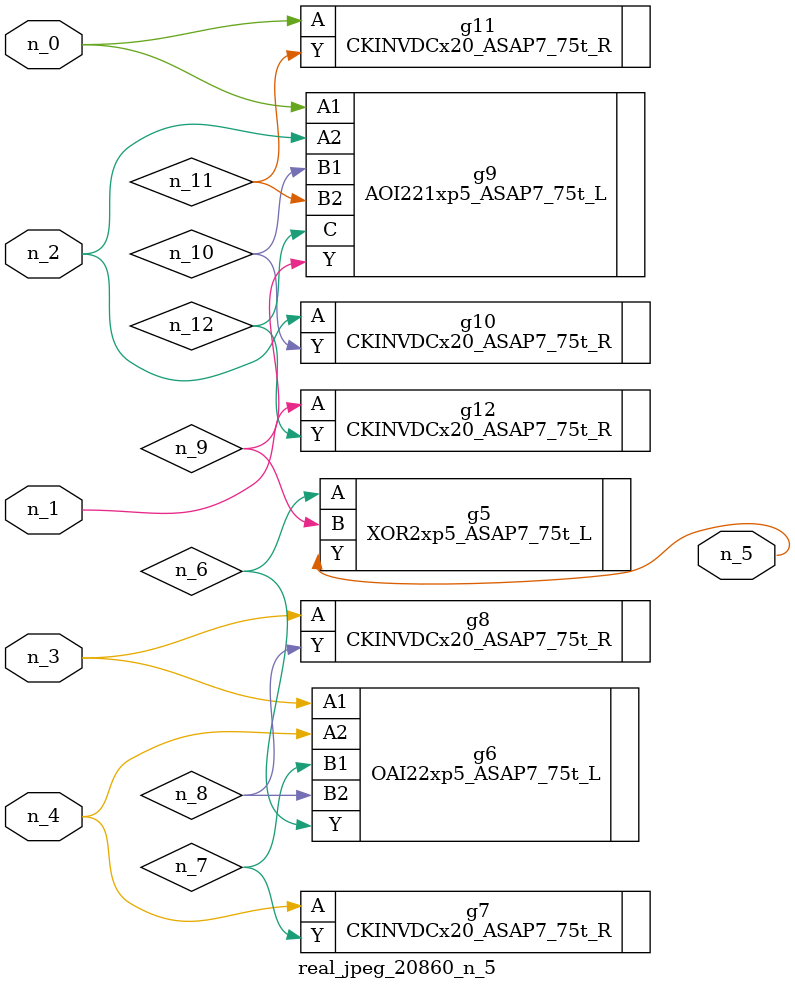
<source format=v>
module real_jpeg_20860_n_5 (n_4, n_0, n_1, n_2, n_3, n_5);

input n_4;
input n_0;
input n_1;
input n_2;
input n_3;

output n_5;

wire n_12;
wire n_8;
wire n_11;
wire n_6;
wire n_7;
wire n_10;
wire n_9;

AOI221xp5_ASAP7_75t_L g9 ( 
.A1(n_0),
.A2(n_2),
.B1(n_10),
.B2(n_11),
.C(n_12),
.Y(n_9)
);

CKINVDCx20_ASAP7_75t_R g11 ( 
.A(n_0),
.Y(n_11)
);

CKINVDCx20_ASAP7_75t_R g12 ( 
.A(n_1),
.Y(n_12)
);

CKINVDCx20_ASAP7_75t_R g10 ( 
.A(n_2),
.Y(n_10)
);

OAI22xp5_ASAP7_75t_L g6 ( 
.A1(n_3),
.A2(n_4),
.B1(n_7),
.B2(n_8),
.Y(n_6)
);

CKINVDCx20_ASAP7_75t_R g8 ( 
.A(n_3),
.Y(n_8)
);

CKINVDCx20_ASAP7_75t_R g7 ( 
.A(n_4),
.Y(n_7)
);

XOR2xp5_ASAP7_75t_L g5 ( 
.A(n_6),
.B(n_9),
.Y(n_5)
);


endmodule
</source>
